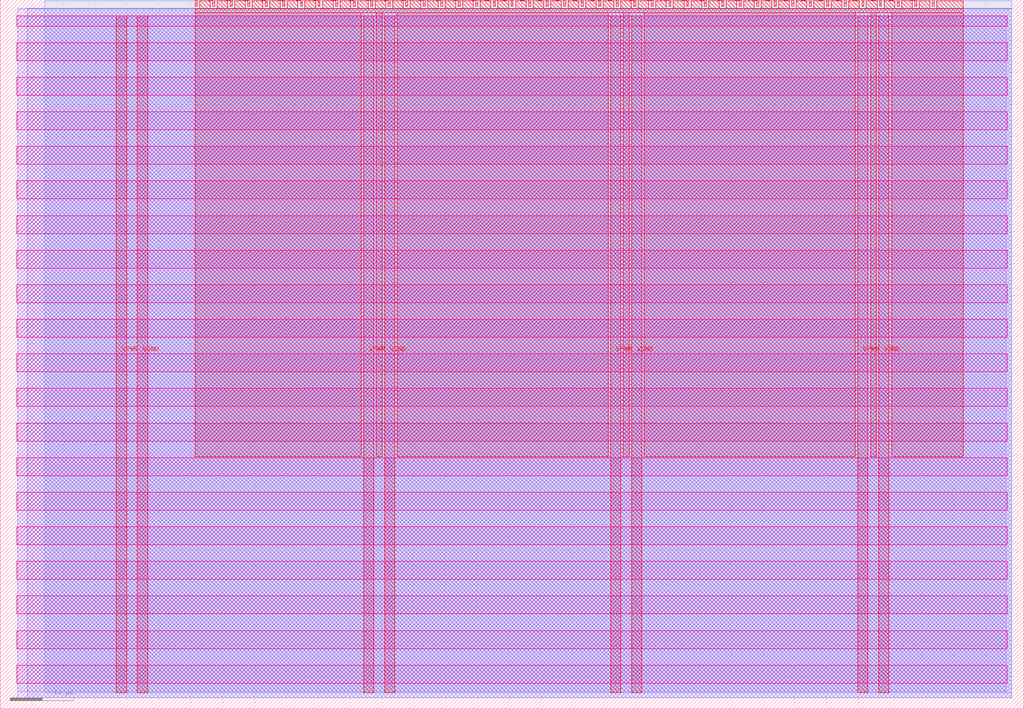
<source format=lef>
VERSION 5.7 ;
  NOWIREEXTENSIONATPIN ON ;
  DIVIDERCHAR "/" ;
  BUSBITCHARS "[]" ;
MACRO tt_um_whynot
  CLASS BLOCK ;
  FOREIGN tt_um_whynot ;
  ORIGIN 0.000 0.000 ;
  SIZE 161.000 BY 111.520 ;
  PIN VGND
    DIRECTION INOUT ;
    USE GROUND ;
    PORT
      LAYER met4 ;
        RECT 21.580 2.480 23.180 109.040 ;
    END
    PORT
      LAYER met4 ;
        RECT 60.450 2.480 62.050 109.040 ;
    END
    PORT
      LAYER met4 ;
        RECT 99.320 2.480 100.920 109.040 ;
    END
    PORT
      LAYER met4 ;
        RECT 138.190 2.480 139.790 109.040 ;
    END
  END VGND
  PIN VPWR
    DIRECTION INOUT ;
    USE POWER ;
    PORT
      LAYER met4 ;
        RECT 18.280 2.480 19.880 109.040 ;
    END
    PORT
      LAYER met4 ;
        RECT 57.150 2.480 58.750 109.040 ;
    END
    PORT
      LAYER met4 ;
        RECT 96.020 2.480 97.620 109.040 ;
    END
    PORT
      LAYER met4 ;
        RECT 134.890 2.480 136.490 109.040 ;
    END
  END VPWR
  PIN clk
    DIRECTION INPUT ;
    USE SIGNAL ;
    ANTENNAGATEAREA 0.852000 ;
    PORT
      LAYER met4 ;
        RECT 143.830 110.520 144.130 111.520 ;
    END
  END clk
  PIN ena
    DIRECTION INPUT ;
    USE SIGNAL ;
    PORT
      LAYER met4 ;
        RECT 146.590 110.520 146.890 111.520 ;
    END
  END ena
  PIN rst_n
    DIRECTION INPUT ;
    USE SIGNAL ;
    ANTENNAGATEAREA 0.196500 ;
    PORT
      LAYER met4 ;
        RECT 141.070 110.520 141.370 111.520 ;
    END
  END rst_n
  PIN ui_in[0]
    DIRECTION INPUT ;
    USE SIGNAL ;
    PORT
      LAYER met4 ;
        RECT 138.310 110.520 138.610 111.520 ;
    END
  END ui_in[0]
  PIN ui_in[1]
    DIRECTION INPUT ;
    USE SIGNAL ;
    PORT
      LAYER met4 ;
        RECT 135.550 110.520 135.850 111.520 ;
    END
  END ui_in[1]
  PIN ui_in[2]
    DIRECTION INPUT ;
    USE SIGNAL ;
    PORT
      LAYER met4 ;
        RECT 132.790 110.520 133.090 111.520 ;
    END
  END ui_in[2]
  PIN ui_in[3]
    DIRECTION INPUT ;
    USE SIGNAL ;
    PORT
      LAYER met4 ;
        RECT 130.030 110.520 130.330 111.520 ;
    END
  END ui_in[3]
  PIN ui_in[4]
    DIRECTION INPUT ;
    USE SIGNAL ;
    PORT
      LAYER met4 ;
        RECT 127.270 110.520 127.570 111.520 ;
    END
  END ui_in[4]
  PIN ui_in[5]
    DIRECTION INPUT ;
    USE SIGNAL ;
    PORT
      LAYER met4 ;
        RECT 124.510 110.520 124.810 111.520 ;
    END
  END ui_in[5]
  PIN ui_in[6]
    DIRECTION INPUT ;
    USE SIGNAL ;
    PORT
      LAYER met4 ;
        RECT 121.750 110.520 122.050 111.520 ;
    END
  END ui_in[6]
  PIN ui_in[7]
    DIRECTION INPUT ;
    USE SIGNAL ;
    PORT
      LAYER met4 ;
        RECT 118.990 110.520 119.290 111.520 ;
    END
  END ui_in[7]
  PIN uio_in[0]
    DIRECTION INPUT ;
    USE SIGNAL ;
    PORT
      LAYER met4 ;
        RECT 116.230 110.520 116.530 111.520 ;
    END
  END uio_in[0]
  PIN uio_in[1]
    DIRECTION INPUT ;
    USE SIGNAL ;
    PORT
      LAYER met4 ;
        RECT 113.470 110.520 113.770 111.520 ;
    END
  END uio_in[1]
  PIN uio_in[2]
    DIRECTION INPUT ;
    USE SIGNAL ;
    PORT
      LAYER met4 ;
        RECT 110.710 110.520 111.010 111.520 ;
    END
  END uio_in[2]
  PIN uio_in[3]
    DIRECTION INPUT ;
    USE SIGNAL ;
    PORT
      LAYER met4 ;
        RECT 107.950 110.520 108.250 111.520 ;
    END
  END uio_in[3]
  PIN uio_in[4]
    DIRECTION INPUT ;
    USE SIGNAL ;
    PORT
      LAYER met4 ;
        RECT 105.190 110.520 105.490 111.520 ;
    END
  END uio_in[4]
  PIN uio_in[5]
    DIRECTION INPUT ;
    USE SIGNAL ;
    PORT
      LAYER met4 ;
        RECT 102.430 110.520 102.730 111.520 ;
    END
  END uio_in[5]
  PIN uio_in[6]
    DIRECTION INPUT ;
    USE SIGNAL ;
    PORT
      LAYER met4 ;
        RECT 99.670 110.520 99.970 111.520 ;
    END
  END uio_in[6]
  PIN uio_in[7]
    DIRECTION INPUT ;
    USE SIGNAL ;
    PORT
      LAYER met4 ;
        RECT 96.910 110.520 97.210 111.520 ;
    END
  END uio_in[7]
  PIN uio_oe[0]
    DIRECTION OUTPUT ;
    USE SIGNAL ;
    ANTENNADIFFAREA 0.445500 ;
    PORT
      LAYER met4 ;
        RECT 49.990 110.520 50.290 111.520 ;
    END
  END uio_oe[0]
  PIN uio_oe[1]
    DIRECTION OUTPUT ;
    USE SIGNAL ;
    ANTENNADIFFAREA 0.445500 ;
    PORT
      LAYER met4 ;
        RECT 47.230 110.520 47.530 111.520 ;
    END
  END uio_oe[1]
  PIN uio_oe[2]
    DIRECTION OUTPUT ;
    USE SIGNAL ;
    ANTENNADIFFAREA 0.445500 ;
    PORT
      LAYER met4 ;
        RECT 44.470 110.520 44.770 111.520 ;
    END
  END uio_oe[2]
  PIN uio_oe[3]
    DIRECTION OUTPUT ;
    USE SIGNAL ;
    ANTENNADIFFAREA 0.445500 ;
    PORT
      LAYER met4 ;
        RECT 41.710 110.520 42.010 111.520 ;
    END
  END uio_oe[3]
  PIN uio_oe[4]
    DIRECTION OUTPUT ;
    USE SIGNAL ;
    ANTENNADIFFAREA 0.445500 ;
    PORT
      LAYER met4 ;
        RECT 38.950 110.520 39.250 111.520 ;
    END
  END uio_oe[4]
  PIN uio_oe[5]
    DIRECTION OUTPUT ;
    USE SIGNAL ;
    ANTENNADIFFAREA 0.445500 ;
    PORT
      LAYER met4 ;
        RECT 36.190 110.520 36.490 111.520 ;
    END
  END uio_oe[5]
  PIN uio_oe[6]
    DIRECTION OUTPUT ;
    USE SIGNAL ;
    ANTENNADIFFAREA 0.445500 ;
    PORT
      LAYER met4 ;
        RECT 33.430 110.520 33.730 111.520 ;
    END
  END uio_oe[6]
  PIN uio_oe[7]
    DIRECTION OUTPUT ;
    USE SIGNAL ;
    ANTENNADIFFAREA 0.445500 ;
    PORT
      LAYER met4 ;
        RECT 30.670 110.520 30.970 111.520 ;
    END
  END uio_oe[7]
  PIN uio_out[0]
    DIRECTION OUTPUT ;
    USE SIGNAL ;
    ANTENNADIFFAREA 0.445500 ;
    PORT
      LAYER met4 ;
        RECT 72.070 110.520 72.370 111.520 ;
    END
  END uio_out[0]
  PIN uio_out[1]
    DIRECTION OUTPUT ;
    USE SIGNAL ;
    ANTENNADIFFAREA 0.445500 ;
    PORT
      LAYER met4 ;
        RECT 69.310 110.520 69.610 111.520 ;
    END
  END uio_out[1]
  PIN uio_out[2]
    DIRECTION OUTPUT ;
    USE SIGNAL ;
    ANTENNADIFFAREA 0.445500 ;
    PORT
      LAYER met4 ;
        RECT 66.550 110.520 66.850 111.520 ;
    END
  END uio_out[2]
  PIN uio_out[3]
    DIRECTION OUTPUT ;
    USE SIGNAL ;
    ANTENNADIFFAREA 0.445500 ;
    PORT
      LAYER met4 ;
        RECT 63.790 110.520 64.090 111.520 ;
    END
  END uio_out[3]
  PIN uio_out[4]
    DIRECTION OUTPUT ;
    USE SIGNAL ;
    ANTENNADIFFAREA 0.445500 ;
    PORT
      LAYER met4 ;
        RECT 61.030 110.520 61.330 111.520 ;
    END
  END uio_out[4]
  PIN uio_out[5]
    DIRECTION OUTPUT ;
    USE SIGNAL ;
    ANTENNADIFFAREA 0.445500 ;
    PORT
      LAYER met4 ;
        RECT 58.270 110.520 58.570 111.520 ;
    END
  END uio_out[5]
  PIN uio_out[6]
    DIRECTION OUTPUT ;
    USE SIGNAL ;
    ANTENNADIFFAREA 0.445500 ;
    PORT
      LAYER met4 ;
        RECT 55.510 110.520 55.810 111.520 ;
    END
  END uio_out[6]
  PIN uio_out[7]
    DIRECTION OUTPUT ;
    USE SIGNAL ;
    ANTENNADIFFAREA 0.445500 ;
    PORT
      LAYER met4 ;
        RECT 52.750 110.520 53.050 111.520 ;
    END
  END uio_out[7]
  PIN uo_out[0]
    DIRECTION OUTPUT ;
    USE SIGNAL ;
    ANTENNADIFFAREA 0.445500 ;
    PORT
      LAYER met4 ;
        RECT 94.150 110.520 94.450 111.520 ;
    END
  END uo_out[0]
  PIN uo_out[1]
    DIRECTION OUTPUT ;
    USE SIGNAL ;
    ANTENNADIFFAREA 0.445500 ;
    PORT
      LAYER met4 ;
        RECT 91.390 110.520 91.690 111.520 ;
    END
  END uo_out[1]
  PIN uo_out[2]
    DIRECTION OUTPUT ;
    USE SIGNAL ;
    ANTENNADIFFAREA 0.445500 ;
    PORT
      LAYER met4 ;
        RECT 88.630 110.520 88.930 111.520 ;
    END
  END uo_out[2]
  PIN uo_out[3]
    DIRECTION OUTPUT ;
    USE SIGNAL ;
    ANTENNADIFFAREA 0.795200 ;
    PORT
      LAYER met4 ;
        RECT 85.870 110.520 86.170 111.520 ;
    END
  END uo_out[3]
  PIN uo_out[4]
    DIRECTION OUTPUT ;
    USE SIGNAL ;
    ANTENNADIFFAREA 0.445500 ;
    PORT
      LAYER met4 ;
        RECT 83.110 110.520 83.410 111.520 ;
    END
  END uo_out[4]
  PIN uo_out[5]
    DIRECTION OUTPUT ;
    USE SIGNAL ;
    ANTENNADIFFAREA 0.445500 ;
    PORT
      LAYER met4 ;
        RECT 80.350 110.520 80.650 111.520 ;
    END
  END uo_out[5]
  PIN uo_out[6]
    DIRECTION OUTPUT ;
    USE SIGNAL ;
    ANTENNADIFFAREA 0.445500 ;
    PORT
      LAYER met4 ;
        RECT 77.590 110.520 77.890 111.520 ;
    END
  END uo_out[6]
  PIN uo_out[7]
    DIRECTION OUTPUT ;
    USE SIGNAL ;
    ANTENNADIFFAREA 0.795200 ;
    PORT
      LAYER met4 ;
        RECT 74.830 110.520 75.130 111.520 ;
    END
  END uo_out[7]
  OBS
      LAYER nwell ;
        RECT 2.570 107.385 158.430 108.990 ;
        RECT 2.570 101.945 158.430 104.775 ;
        RECT 2.570 96.505 158.430 99.335 ;
        RECT 2.570 91.065 158.430 93.895 ;
        RECT 2.570 85.625 158.430 88.455 ;
        RECT 2.570 80.185 158.430 83.015 ;
        RECT 2.570 74.745 158.430 77.575 ;
        RECT 2.570 69.305 158.430 72.135 ;
        RECT 2.570 63.865 158.430 66.695 ;
        RECT 2.570 58.425 158.430 61.255 ;
        RECT 2.570 52.985 158.430 55.815 ;
        RECT 2.570 47.545 158.430 50.375 ;
        RECT 2.570 42.105 158.430 44.935 ;
        RECT 2.570 36.665 158.430 39.495 ;
        RECT 2.570 31.225 158.430 34.055 ;
        RECT 2.570 25.785 158.430 28.615 ;
        RECT 2.570 20.345 158.430 23.175 ;
        RECT 2.570 14.905 158.430 17.735 ;
        RECT 2.570 9.465 158.430 12.295 ;
        RECT 2.570 4.025 158.430 6.855 ;
      LAYER li1 ;
        RECT 2.760 2.635 158.240 108.885 ;
      LAYER met1 ;
        RECT 2.760 1.740 159.090 110.120 ;
      LAYER met2 ;
        RECT 4.240 1.710 159.070 110.150 ;
      LAYER met3 ;
        RECT 6.965 2.555 159.095 111.340 ;
      LAYER met4 ;
        RECT 31.370 110.120 33.030 111.345 ;
        RECT 34.130 110.120 35.790 111.345 ;
        RECT 36.890 110.120 38.550 111.345 ;
        RECT 39.650 110.120 41.310 111.345 ;
        RECT 42.410 110.120 44.070 111.345 ;
        RECT 45.170 110.120 46.830 111.345 ;
        RECT 47.930 110.120 49.590 111.345 ;
        RECT 50.690 110.120 52.350 111.345 ;
        RECT 53.450 110.120 55.110 111.345 ;
        RECT 56.210 110.120 57.870 111.345 ;
        RECT 58.970 110.120 60.630 111.345 ;
        RECT 61.730 110.120 63.390 111.345 ;
        RECT 64.490 110.120 66.150 111.345 ;
        RECT 67.250 110.120 68.910 111.345 ;
        RECT 70.010 110.120 71.670 111.345 ;
        RECT 72.770 110.120 74.430 111.345 ;
        RECT 75.530 110.120 77.190 111.345 ;
        RECT 78.290 110.120 79.950 111.345 ;
        RECT 81.050 110.120 82.710 111.345 ;
        RECT 83.810 110.120 85.470 111.345 ;
        RECT 86.570 110.120 88.230 111.345 ;
        RECT 89.330 110.120 90.990 111.345 ;
        RECT 92.090 110.120 93.750 111.345 ;
        RECT 94.850 110.120 96.510 111.345 ;
        RECT 97.610 110.120 99.270 111.345 ;
        RECT 100.370 110.120 102.030 111.345 ;
        RECT 103.130 110.120 104.790 111.345 ;
        RECT 105.890 110.120 107.550 111.345 ;
        RECT 108.650 110.120 110.310 111.345 ;
        RECT 111.410 110.120 113.070 111.345 ;
        RECT 114.170 110.120 115.830 111.345 ;
        RECT 116.930 110.120 118.590 111.345 ;
        RECT 119.690 110.120 121.350 111.345 ;
        RECT 122.450 110.120 124.110 111.345 ;
        RECT 125.210 110.120 126.870 111.345 ;
        RECT 127.970 110.120 129.630 111.345 ;
        RECT 130.730 110.120 132.390 111.345 ;
        RECT 133.490 110.120 135.150 111.345 ;
        RECT 136.250 110.120 137.910 111.345 ;
        RECT 139.010 110.120 140.670 111.345 ;
        RECT 141.770 110.120 143.430 111.345 ;
        RECT 144.530 110.120 146.190 111.345 ;
        RECT 147.290 110.120 151.505 111.345 ;
        RECT 30.655 109.440 151.505 110.120 ;
        RECT 30.655 39.615 56.750 109.440 ;
        RECT 59.150 39.615 60.050 109.440 ;
        RECT 62.450 39.615 95.620 109.440 ;
        RECT 98.020 39.615 98.920 109.440 ;
        RECT 101.320 39.615 134.490 109.440 ;
        RECT 136.890 39.615 137.790 109.440 ;
        RECT 140.190 39.615 151.505 109.440 ;
  END
END tt_um_whynot
END LIBRARY


</source>
